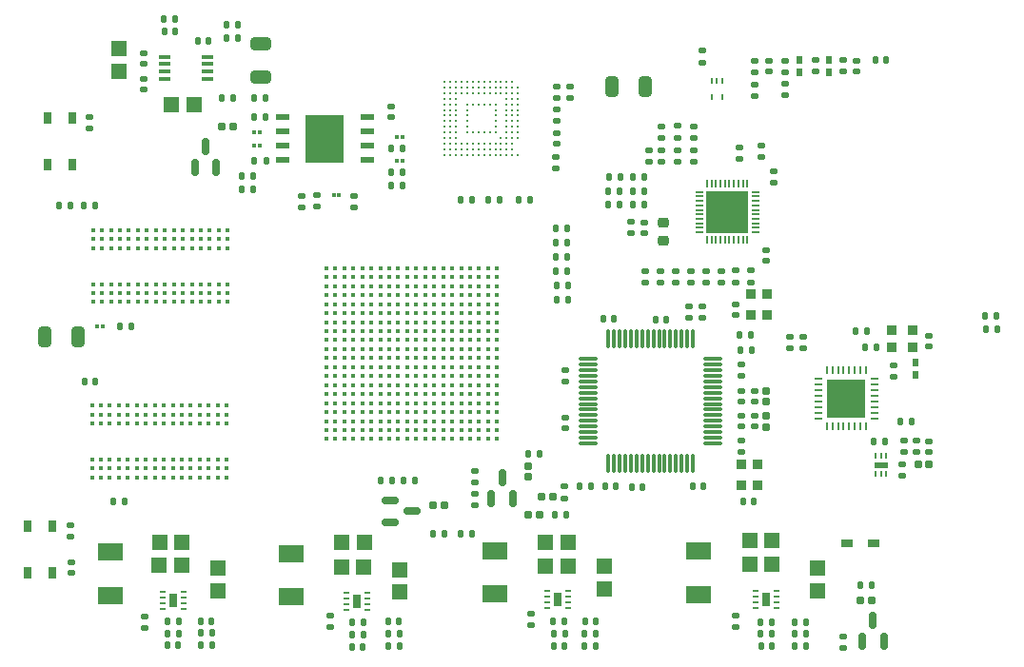
<source format=gbr>
%TF.GenerationSoftware,KiCad,Pcbnew,8.0.6*%
%TF.CreationDate,2025-01-12T20:29:37+06:00*%
%TF.ProjectId,zynq_soc_board_v1,7a796e71-5f73-46f6-935f-626f6172645f,rev?*%
%TF.SameCoordinates,Original*%
%TF.FileFunction,Paste,Top*%
%TF.FilePolarity,Positive*%
%FSLAX46Y46*%
G04 Gerber Fmt 4.6, Leading zero omitted, Abs format (unit mm)*
G04 Created by KiCad (PCBNEW 8.0.6) date 2025-01-12 20:29:37*
%MOMM*%
%LPD*%
G01*
G04 APERTURE LIST*
G04 Aperture macros list*
%AMRoundRect*
0 Rectangle with rounded corners*
0 $1 Rounding radius*
0 $2 $3 $4 $5 $6 $7 $8 $9 X,Y pos of 4 corners*
0 Add a 4 corners polygon primitive as box body*
4,1,4,$2,$3,$4,$5,$6,$7,$8,$9,$2,$3,0*
0 Add four circle primitives for the rounded corners*
1,1,$1+$1,$2,$3*
1,1,$1+$1,$4,$5*
1,1,$1+$1,$6,$7*
1,1,$1+$1,$8,$9*
0 Add four rect primitives between the rounded corners*
20,1,$1+$1,$2,$3,$4,$5,0*
20,1,$1+$1,$4,$5,$6,$7,0*
20,1,$1+$1,$6,$7,$8,$9,0*
20,1,$1+$1,$8,$9,$2,$3,0*%
G04 Aperture macros list end*
%ADD10R,2.300000X1.650000*%
%ADD11RoundRect,0.147500X0.172500X-0.147500X0.172500X0.147500X-0.172500X0.147500X-0.172500X-0.147500X0*%
%ADD12RoundRect,0.135000X0.135000X0.185000X-0.135000X0.185000X-0.135000X-0.185000X0.135000X-0.185000X0*%
%ADD13RoundRect,0.135000X-0.135000X-0.185000X0.135000X-0.185000X0.135000X0.185000X-0.135000X0.185000X0*%
%ADD14RoundRect,0.135000X-0.185000X0.135000X-0.185000X-0.135000X0.185000X-0.135000X0.185000X0.135000X0*%
%ADD15RoundRect,0.250000X0.325000X0.650000X-0.325000X0.650000X-0.325000X-0.650000X0.325000X-0.650000X0*%
%ADD16RoundRect,0.140000X0.170000X-0.140000X0.170000X0.140000X-0.170000X0.140000X-0.170000X-0.140000X0*%
%ADD17RoundRect,0.135000X0.185000X-0.135000X0.185000X0.135000X-0.185000X0.135000X-0.185000X-0.135000X0*%
%ADD18RoundRect,0.140000X-0.140000X-0.170000X0.140000X-0.170000X0.140000X0.170000X-0.140000X0.170000X0*%
%ADD19O,0.800000X0.200000*%
%ADD20O,0.200000X0.800000*%
%ADD21R,3.800000X3.800000*%
%ADD22RoundRect,0.150000X0.150000X-0.587500X0.150000X0.587500X-0.150000X0.587500X-0.150000X-0.587500X0*%
%ADD23RoundRect,0.075000X-0.225000X-0.275000X0.225000X-0.275000X0.225000X0.275000X-0.225000X0.275000X0*%
%ADD24RoundRect,0.140000X0.140000X0.170000X-0.140000X0.170000X-0.140000X-0.170000X0.140000X-0.170000X0*%
%ADD25R,0.540000X0.790000*%
%ADD26R,1.350000X1.410000*%
%ADD27C,0.250000*%
%ADD28R,0.650000X1.050000*%
%ADD29R,0.510000X0.280000*%
%ADD30R,0.800000X1.200000*%
%ADD31R,1.200000X0.600000*%
%ADD32R,3.400000X4.300000*%
%ADD33R,1.410000X1.350000*%
%ADD34R,0.280000X0.580000*%
%ADD35RoundRect,0.150000X-0.587500X-0.150000X0.587500X-0.150000X0.587500X0.150000X-0.587500X0.150000X0*%
%ADD36RoundRect,0.075000X-0.275000X0.225000X-0.275000X-0.225000X0.275000X-0.225000X0.275000X0.225000X0*%
%ADD37RoundRect,0.075000X0.225000X0.275000X-0.225000X0.275000X-0.225000X-0.275000X0.225000X-0.275000X0*%
%ADD38R,0.300000X0.320000*%
%ADD39R,0.800000X0.280000*%
%ADD40R,0.280000X0.800000*%
%ADD41R,3.400000X3.400000*%
%ADD42R,1.200000X0.500000*%
%ADD43C,0.390000*%
%ADD44RoundRect,0.040000X0.360000X-0.410000X0.360000X0.410000X-0.360000X0.410000X-0.360000X-0.410000X0*%
%ADD45RoundRect,0.140000X-0.170000X0.140000X-0.170000X-0.140000X0.170000X-0.140000X0.170000X0.140000X0*%
%ADD46O,1.100000X0.400000*%
%ADD47RoundRect,0.040000X0.410000X0.360000X-0.410000X0.360000X-0.410000X-0.360000X0.410000X-0.360000X0*%
%ADD48RoundRect,0.250000X0.650000X-0.325000X0.650000X0.325000X-0.650000X0.325000X-0.650000X-0.325000X0*%
%ADD49R,1.000000X0.750000*%
%ADD50RoundRect,0.250000X-0.325000X-0.650000X0.325000X-0.650000X0.325000X0.650000X-0.325000X0.650000X0*%
%ADD51RoundRect,0.218750X0.256250X-0.218750X0.256250X0.218750X-0.256250X0.218750X-0.256250X-0.218750X0*%
%ADD52R,0.370000X0.320000*%
%ADD53C,0.400000*%
%ADD54O,1.800000X0.280000*%
%ADD55O,0.280000X1.800000*%
G04 APERTURE END LIST*
D10*
%TO.C,L100*%
X140510000Y-115140000D03*
X140510000Y-111280000D03*
%TD*%
D11*
%TO.C,D303*%
X190780000Y-68410000D03*
X190780000Y-67440000D03*
%TD*%
D12*
%TO.C,R406*%
X165050000Y-84870000D03*
X164030000Y-84870000D03*
%TD*%
D13*
%TO.C,R900*%
X190670000Y-91490000D03*
X191690000Y-91490000D03*
%TD*%
D12*
%TO.C,R904*%
X195680000Y-99560000D03*
X194660000Y-99560000D03*
%TD*%
D10*
%TO.C,L101*%
X158610000Y-114890000D03*
X158610000Y-111030000D03*
%TD*%
D14*
%TO.C,R300*%
X184440000Y-69500000D03*
X184440000Y-70520000D03*
%TD*%
D13*
%TO.C,R124*%
X191130000Y-114150000D03*
X192150000Y-114150000D03*
%TD*%
D14*
%TO.C,R813*%
X172010000Y-86180000D03*
X172010000Y-87200000D03*
%TD*%
D13*
%TO.C,R806*%
X168730000Y-80280000D03*
X169750000Y-80280000D03*
%TD*%
D14*
%TO.C,R902*%
X194120000Y-94550000D03*
X194120000Y-95570000D03*
%TD*%
D15*
%TO.C,C230*%
X121500000Y-92000000D03*
X118550000Y-92000000D03*
%TD*%
D16*
%TO.C,C304*%
X180570000Y-97770000D03*
X180570000Y-96810000D03*
%TD*%
D17*
%TO.C,R808*%
X173440000Y-76420000D03*
X173440000Y-75400000D03*
%TD*%
%TO.C,R306*%
X187150000Y-68425000D03*
X187150000Y-67405000D03*
%TD*%
%TO.C,R810*%
X176300000Y-76450000D03*
X176300000Y-75430000D03*
%TD*%
D18*
%TO.C,C115*%
X132450000Y-117320000D03*
X133410000Y-117320000D03*
%TD*%
D19*
%TO.C,U800*%
X181790000Y-82720000D03*
X181790000Y-82320000D03*
X181790000Y-81920000D03*
X181790000Y-81520000D03*
X181790000Y-81120000D03*
X181790000Y-80720000D03*
X181790000Y-80320000D03*
X181790000Y-79920000D03*
X181790000Y-79520000D03*
X181790000Y-79120000D03*
D20*
X181090000Y-78420000D03*
X180690000Y-78420000D03*
X180290000Y-78420000D03*
X179890000Y-78420000D03*
X179490000Y-78420000D03*
X179090000Y-78420000D03*
X178690000Y-78420000D03*
X178290000Y-78420000D03*
X177890000Y-78420000D03*
X177490000Y-78420000D03*
D19*
X176790000Y-79120000D03*
X176790000Y-79520000D03*
X176790000Y-79920000D03*
X176790000Y-80320000D03*
X176790000Y-80720000D03*
X176790000Y-81120000D03*
X176790000Y-81520000D03*
X176790000Y-81920000D03*
X176790000Y-82320000D03*
X176790000Y-82720000D03*
D20*
X177490000Y-83420000D03*
X177890000Y-83420000D03*
X178290000Y-83420000D03*
X178690000Y-83420000D03*
X179090000Y-83420000D03*
X179490000Y-83420000D03*
X179890000Y-83420000D03*
X180290000Y-83420000D03*
X180690000Y-83420000D03*
X181090000Y-83420000D03*
D21*
X179290000Y-80920000D03*
%TD*%
D12*
%TO.C,R811*%
X171900000Y-79080000D03*
X170880000Y-79080000D03*
%TD*%
D22*
%TO.C,Q500*%
X158320000Y-106390000D03*
X160220000Y-106390000D03*
X159270000Y-104515000D03*
%TD*%
D18*
%TO.C,C116*%
X129470000Y-119470000D03*
X130430000Y-119470000D03*
%TD*%
D23*
%TO.C,D300*%
X153130000Y-107020000D03*
X154130000Y-107020000D03*
%TD*%
D18*
%TO.C,C125*%
X129200000Y-64800000D03*
X130160000Y-64800000D03*
%TD*%
D14*
%TO.C,R816*%
X178740000Y-86140000D03*
X178740000Y-87160000D03*
%TD*%
D16*
%TO.C,C808*%
X183470000Y-78260000D03*
X183470000Y-77300000D03*
%TD*%
D13*
%TO.C,R118*%
X185290000Y-119510000D03*
X186310000Y-119510000D03*
%TD*%
D14*
%TO.C,R336*%
X164830000Y-105350000D03*
X164830000Y-106370000D03*
%TD*%
D24*
%TO.C,C702*%
X123020000Y-80370000D03*
X122060000Y-80370000D03*
%TD*%
D12*
%TO.C,R106*%
X146900000Y-118520000D03*
X145880000Y-118520000D03*
%TD*%
D24*
%TO.C,C310*%
X173890000Y-90450000D03*
X172930000Y-90450000D03*
%TD*%
D17*
%TO.C,R425*%
X164140000Y-70800000D03*
X164140000Y-69780000D03*
%TD*%
D16*
%TO.C,C905*%
X196090000Y-102240000D03*
X196090000Y-101280000D03*
%TD*%
D25*
%TO.C,D301*%
X185740000Y-68480000D03*
X185740000Y-67380000D03*
%TD*%
D26*
%TO.C,C114*%
X133950000Y-114590000D03*
X133950000Y-112590000D03*
%TD*%
D14*
%TO.C,R817*%
X177410000Y-86150000D03*
X177410000Y-87170000D03*
%TD*%
%TO.C,R426*%
X165320000Y-69780000D03*
X165320000Y-70800000D03*
%TD*%
D12*
%TO.C,R807*%
X171930000Y-77810000D03*
X170910000Y-77810000D03*
%TD*%
D27*
%TO.C,U403*%
X160670000Y-75830000D03*
X160170000Y-75830000D03*
X159670000Y-75830000D03*
X159170000Y-75830000D03*
X158670000Y-75830000D03*
X158170000Y-75830000D03*
X157670000Y-75830000D03*
X157170000Y-75830000D03*
X156670000Y-75830000D03*
X156170000Y-75830000D03*
X155670000Y-75830000D03*
X155170000Y-75830000D03*
X154670000Y-75830000D03*
X154170000Y-75830000D03*
X160170000Y-75330000D03*
X159670000Y-75330000D03*
X159170000Y-75330000D03*
X158670000Y-75330000D03*
X158170000Y-75330000D03*
X157670000Y-75330000D03*
X157170000Y-75330000D03*
X156670000Y-75330000D03*
X156170000Y-75330000D03*
X155670000Y-75330000D03*
X155170000Y-75330000D03*
X154670000Y-75330000D03*
X154170000Y-75330000D03*
X160170000Y-74830000D03*
X159670000Y-74830000D03*
X159170000Y-74830000D03*
X158670000Y-74830000D03*
X158170000Y-74830000D03*
X157670000Y-74830000D03*
X157170000Y-74830000D03*
X156670000Y-74830000D03*
X156170000Y-74830000D03*
X155670000Y-74830000D03*
X155170000Y-74830000D03*
X154670000Y-74830000D03*
X154170000Y-74830000D03*
X160670000Y-74330000D03*
X160170000Y-74330000D03*
X159670000Y-74330000D03*
X159170000Y-74330000D03*
X155170000Y-74330000D03*
X154670000Y-74330000D03*
X154170000Y-74330000D03*
X160670000Y-73830000D03*
X160170000Y-73830000D03*
X159670000Y-73830000D03*
X158670000Y-73830000D03*
X158170000Y-73830000D03*
X157670000Y-73830000D03*
X157170000Y-73830000D03*
X156670000Y-73830000D03*
X156170000Y-73830000D03*
X155170000Y-73830000D03*
X154670000Y-73830000D03*
X154170000Y-73830000D03*
X160670000Y-73330000D03*
X160170000Y-73330000D03*
X159670000Y-73330000D03*
X158670000Y-73330000D03*
X156170000Y-73330000D03*
X155170000Y-73330000D03*
X154670000Y-73330000D03*
X154170000Y-73330000D03*
X160670000Y-72830000D03*
X160170000Y-72830000D03*
X159670000Y-72830000D03*
X158670000Y-72830000D03*
X156170000Y-72830000D03*
X155170000Y-72830000D03*
X154670000Y-72830000D03*
X154170000Y-72830000D03*
X160670000Y-72330000D03*
X160170000Y-72330000D03*
X159670000Y-72330000D03*
X158670000Y-72330000D03*
X156170000Y-72330000D03*
X155170000Y-72330000D03*
X154670000Y-72330000D03*
X154170000Y-72330000D03*
X160670000Y-71830000D03*
X160170000Y-71830000D03*
X159670000Y-71830000D03*
X158670000Y-71830000D03*
X156170000Y-71830000D03*
X155170000Y-71830000D03*
X154670000Y-71830000D03*
X154170000Y-71830000D03*
X160670000Y-71330000D03*
X160170000Y-71330000D03*
X159670000Y-71330000D03*
X158670000Y-71330000D03*
X158170000Y-71330000D03*
X157670000Y-71330000D03*
X157170000Y-71330000D03*
X156670000Y-71330000D03*
X156170000Y-71330000D03*
X155170000Y-71330000D03*
X154670000Y-71330000D03*
X154170000Y-71330000D03*
X160670000Y-70830000D03*
X160170000Y-70830000D03*
X159670000Y-70830000D03*
X155170000Y-70830000D03*
X154670000Y-70830000D03*
X154170000Y-70830000D03*
X160670000Y-70330000D03*
X160170000Y-70330000D03*
X159670000Y-70330000D03*
X159170000Y-70330000D03*
X158670000Y-70330000D03*
X158170000Y-70330000D03*
X157670000Y-70330000D03*
X157170000Y-70330000D03*
X156670000Y-70330000D03*
X156170000Y-70330000D03*
X155670000Y-70330000D03*
X155170000Y-70330000D03*
X154670000Y-70330000D03*
X154170000Y-70330000D03*
X160670000Y-69830000D03*
X160170000Y-69830000D03*
X159670000Y-69830000D03*
X159170000Y-69830000D03*
X158670000Y-69830000D03*
X158170000Y-69830000D03*
X157670000Y-69830000D03*
X157170000Y-69830000D03*
X156670000Y-69830000D03*
X156170000Y-69830000D03*
X155670000Y-69830000D03*
X155170000Y-69830000D03*
X154670000Y-69830000D03*
X154170000Y-69830000D03*
X160170000Y-69330000D03*
X159670000Y-69330000D03*
X159170000Y-69330000D03*
X158670000Y-69330000D03*
X158170000Y-69330000D03*
X157670000Y-69330000D03*
X157170000Y-69330000D03*
X156670000Y-69330000D03*
X156170000Y-69330000D03*
X155670000Y-69330000D03*
X155170000Y-69330000D03*
X154670000Y-69330000D03*
X154170000Y-69330000D03*
%TD*%
D28*
%TO.C,SW400*%
X119240000Y-108835000D03*
X119240000Y-112985000D03*
X117090000Y-108835000D03*
X117090000Y-112985000D03*
%TD*%
D12*
%TO.C,R127*%
X130170000Y-63730000D03*
X129150000Y-63730000D03*
%TD*%
D29*
%TO.C,U102*%
X165140000Y-116110000D03*
X165140000Y-115610000D03*
X165140000Y-115110000D03*
X165140000Y-114610000D03*
X163280000Y-114610000D03*
X163280000Y-115110000D03*
X163280000Y-115610000D03*
X163280000Y-116110000D03*
D30*
X164210000Y-115360000D03*
%TD*%
D31*
%TO.C,U402*%
X139700000Y-72460000D03*
X139700000Y-73730000D03*
X139700000Y-75000000D03*
X139700000Y-76270000D03*
X147300000Y-76270000D03*
X147300000Y-75000000D03*
X147300000Y-73730000D03*
X147300000Y-72460000D03*
D32*
X143500000Y-74370000D03*
%TD*%
D12*
%TO.C,R317*%
X150370000Y-78570000D03*
X149350000Y-78570000D03*
%TD*%
D13*
%TO.C,R503*%
X161600000Y-102430000D03*
X162620000Y-102430000D03*
%TD*%
D24*
%TO.C,C300*%
X193440000Y-67410000D03*
X192480000Y-67410000D03*
%TD*%
D16*
%TO.C,C126*%
X127400000Y-67750000D03*
X127400000Y-66790000D03*
%TD*%
%TO.C,C906*%
X197230000Y-102250000D03*
X197230000Y-101290000D03*
%TD*%
D33*
%TO.C,C122*%
X181270000Y-112240000D03*
X183270000Y-112240000D03*
%TD*%
D17*
%TO.C,R123*%
X189600000Y-119710000D03*
X189600000Y-118690000D03*
%TD*%
D12*
%TO.C,R823*%
X203300000Y-91370000D03*
X202280000Y-91370000D03*
%TD*%
D34*
%TO.C,U401*%
X178887500Y-69255000D03*
X178387500Y-69255000D03*
X177887500Y-69255000D03*
X177887500Y-70695000D03*
X178887500Y-70695000D03*
%TD*%
D12*
%TO.C,R114*%
X133450000Y-118350000D03*
X132430000Y-118350000D03*
%TD*%
D14*
%TO.C,R332*%
X175900000Y-89300000D03*
X175900000Y-90320000D03*
%TD*%
%TO.C,R322*%
X186050000Y-91990000D03*
X186050000Y-93010000D03*
%TD*%
D17*
%TO.C,R804*%
X176300000Y-74290000D03*
X176300000Y-73270000D03*
%TD*%
D12*
%TO.C,R126*%
X135800000Y-65420000D03*
X134780000Y-65420000D03*
%TD*%
D35*
%TO.C,Q300*%
X149345000Y-106600000D03*
X149345000Y-108500000D03*
X151220000Y-107550000D03*
%TD*%
D14*
%TO.C,R320*%
X142830000Y-79420000D03*
X142830000Y-80440000D03*
%TD*%
D16*
%TO.C,C306*%
X180580000Y-99990000D03*
X180580000Y-99030000D03*
%TD*%
D17*
%TO.C,R501*%
X156880000Y-104960000D03*
X156880000Y-103940000D03*
%TD*%
%TO.C,R416*%
X177080000Y-67590000D03*
X177080000Y-66570000D03*
%TD*%
D33*
%TO.C,C117*%
X128800000Y-110280000D03*
X130800000Y-110280000D03*
%TD*%
D18*
%TO.C,C318*%
X180730000Y-106640000D03*
X181690000Y-106640000D03*
%TD*%
D29*
%TO.C,U104*%
X183640000Y-116130000D03*
X183640000Y-115630000D03*
X183640000Y-115130000D03*
X183640000Y-114630000D03*
X181780000Y-114630000D03*
X181780000Y-115130000D03*
X181780000Y-115630000D03*
X181780000Y-116130000D03*
D30*
X182710000Y-115380000D03*
%TD*%
D14*
%TO.C,R338*%
X180590000Y-101240000D03*
X180590000Y-102260000D03*
%TD*%
D13*
%TO.C,R337*%
X163930000Y-107870000D03*
X164950000Y-107870000D03*
%TD*%
D17*
%TO.C,R814*%
X180350000Y-76210000D03*
X180350000Y-75190000D03*
%TD*%
D14*
%TO.C,R402*%
X120870000Y-108810000D03*
X120870000Y-109830000D03*
%TD*%
D36*
%TO.C,FB301*%
X182750000Y-96810000D03*
X182750000Y-97810000D03*
%TD*%
D17*
%TO.C,R115*%
X127470000Y-117890000D03*
X127470000Y-116870000D03*
%TD*%
D37*
%TO.C,D400*%
X135360000Y-73300000D03*
X134360000Y-73300000D03*
%TD*%
D13*
%TO.C,R309*%
X153100000Y-109560000D03*
X154120000Y-109560000D03*
%TD*%
%TO.C,R302*%
X150470000Y-104800000D03*
X151490000Y-104800000D03*
%TD*%
%TO.C,R112*%
X163820000Y-117350000D03*
X164840000Y-117350000D03*
%TD*%
D16*
%TO.C,C305*%
X181730000Y-100000000D03*
X181730000Y-99040000D03*
%TD*%
D17*
%TO.C,R305*%
X184420000Y-68440000D03*
X184420000Y-67420000D03*
%TD*%
%TO.C,R105*%
X143980000Y-117880000D03*
X143980000Y-116860000D03*
%TD*%
D33*
%TO.C,C127*%
X129840000Y-71380000D03*
X131840000Y-71380000D03*
%TD*%
D38*
%TO.C,R319*%
X144270000Y-79410000D03*
X144750000Y-79410000D03*
%TD*%
D13*
%TO.C,R701*%
X124680000Y-106700000D03*
X125700000Y-106700000D03*
%TD*%
D29*
%TO.C,U101*%
X147270000Y-116290000D03*
X147270000Y-115790000D03*
X147270000Y-115290000D03*
X147270000Y-114790000D03*
X145410000Y-114790000D03*
X145410000Y-115290000D03*
X145410000Y-115790000D03*
X145410000Y-116290000D03*
D30*
X146340000Y-115540000D03*
%TD*%
D39*
%TO.C,U900*%
X187400000Y-95760000D03*
X187400000Y-96260000D03*
X187400000Y-96760000D03*
X187400000Y-97260000D03*
X187400000Y-97760000D03*
X187400000Y-98260000D03*
X187400000Y-98760000D03*
X187400000Y-99260000D03*
D40*
X188150000Y-100010000D03*
X188650000Y-100010000D03*
X189150000Y-100010000D03*
X189650000Y-100010000D03*
X190150000Y-100010000D03*
X190650000Y-100010000D03*
X191150000Y-100010000D03*
X191650000Y-100010000D03*
D39*
X192400000Y-99260000D03*
X192400000Y-98760000D03*
X192400000Y-98260000D03*
X192400000Y-97760000D03*
X192400000Y-97260000D03*
X192400000Y-96760000D03*
X192400000Y-96260000D03*
X192400000Y-95760000D03*
D40*
X191650000Y-95010000D03*
X191150000Y-95010000D03*
X190650000Y-95010000D03*
X190150000Y-95010000D03*
X189650000Y-95010000D03*
X189150000Y-95010000D03*
X188650000Y-95010000D03*
X188150000Y-95010000D03*
D41*
X189900000Y-97510000D03*
%TD*%
D33*
%TO.C,C107*%
X144980000Y-110310000D03*
X146980000Y-110310000D03*
%TD*%
D13*
%TO.C,R625*%
X119840000Y-80340000D03*
X120860000Y-80340000D03*
%TD*%
D24*
%TO.C,C724*%
X123060000Y-96000000D03*
X122100000Y-96000000D03*
%TD*%
D34*
%TO.C,U901*%
X193460000Y-102640000D03*
X192960000Y-102640000D03*
X192460000Y-102640000D03*
X192460000Y-104180000D03*
X192960000Y-104180000D03*
X193460000Y-104180000D03*
D42*
X192960000Y-103410000D03*
%TD*%
D16*
%TO.C,C907*%
X194820000Y-104360000D03*
X194820000Y-103400000D03*
%TD*%
D14*
%TO.C,R815*%
X180070000Y-86130000D03*
X180070000Y-87150000D03*
%TD*%
D43*
%TO.C,U701*%
X134765900Y-98130000D03*
X134765900Y-98930000D03*
X134765900Y-99730000D03*
X134765900Y-102930000D03*
X134765900Y-103730000D03*
X134765900Y-104530000D03*
X133965900Y-98130000D03*
X133965900Y-98930000D03*
X133965900Y-99730000D03*
X133965900Y-102930000D03*
X133965900Y-103730000D03*
X133965900Y-104530000D03*
X133165900Y-98130000D03*
X133165900Y-98930000D03*
X133165900Y-99730000D03*
X133165900Y-102930000D03*
X133165900Y-103730000D03*
X133165900Y-104530000D03*
X132365900Y-98130000D03*
X132365900Y-98930000D03*
X132365900Y-99730000D03*
X132365900Y-102930000D03*
X132365900Y-103730000D03*
X132365900Y-104530000D03*
X131565900Y-98130000D03*
X131565900Y-98930000D03*
X131565900Y-99730000D03*
X131565900Y-102930000D03*
X131565900Y-103730000D03*
X131565900Y-104530000D03*
X130765900Y-98130000D03*
X130765900Y-98930000D03*
X130765900Y-99730000D03*
X130765900Y-102930000D03*
X130765900Y-103730000D03*
X130765900Y-104530000D03*
X129965900Y-98130000D03*
X129965900Y-98930000D03*
X129965900Y-99730000D03*
X129965900Y-102930000D03*
X129965900Y-103730000D03*
X129965900Y-104530000D03*
X129165900Y-98130000D03*
X129165900Y-98930000D03*
X129165900Y-99730000D03*
X129165900Y-102930000D03*
X129165900Y-103730000D03*
X129165900Y-104530000D03*
X128365900Y-98130000D03*
X128365900Y-98930000D03*
X128365900Y-99730000D03*
X128365900Y-102930000D03*
X128365900Y-103730000D03*
X128365900Y-104530000D03*
X127565900Y-98130000D03*
X127565900Y-98930000D03*
X127565900Y-99730000D03*
X127565900Y-102930000D03*
X127565900Y-103730000D03*
X127565900Y-104530000D03*
X126765900Y-98130000D03*
X126765900Y-98930000D03*
X126765900Y-99730000D03*
X126765900Y-102930000D03*
X126765900Y-103730000D03*
X126765900Y-104530000D03*
X125965900Y-98130000D03*
X125965900Y-98930000D03*
X125965900Y-99730000D03*
X125965900Y-102930000D03*
X125965900Y-103730000D03*
X125965900Y-104530000D03*
X125165900Y-98130000D03*
X125165900Y-98930000D03*
X125165900Y-99730000D03*
X125165900Y-102930000D03*
X125165900Y-103730000D03*
X125165900Y-104530000D03*
X124365900Y-98130000D03*
X124365900Y-98930000D03*
X124365900Y-99730000D03*
X124365900Y-102930000D03*
X124365900Y-103730000D03*
X124365900Y-104530000D03*
X123565900Y-98130000D03*
X123565900Y-98930000D03*
X123565900Y-99730000D03*
X123565900Y-102930000D03*
X123565900Y-103730000D03*
X123565900Y-104530000D03*
X122765900Y-98130000D03*
X122765900Y-98930000D03*
X122765900Y-99730000D03*
X122765900Y-102930000D03*
X122765900Y-103730000D03*
X122765900Y-104530000D03*
%TD*%
D12*
%TO.C,R315*%
X138260000Y-76330000D03*
X137240000Y-76330000D03*
%TD*%
%TO.C,R408*%
X165070000Y-83600000D03*
X164050000Y-83600000D03*
%TD*%
D36*
%TO.C,FB302*%
X182780000Y-99020000D03*
X182780000Y-100020000D03*
%TD*%
D18*
%TO.C,C111*%
X163860000Y-119530000D03*
X164820000Y-119530000D03*
%TD*%
D12*
%TO.C,R330*%
X181430000Y-91810000D03*
X180410000Y-91810000D03*
%TD*%
D16*
%TO.C,C900*%
X197230000Y-92850000D03*
X197230000Y-91890000D03*
%TD*%
D44*
%TO.C,X800*%
X182875000Y-90055000D03*
X182875000Y-88205000D03*
X181425000Y-88205000D03*
X181425000Y-90055000D03*
%TD*%
D45*
%TO.C,C312*%
X164880000Y-99220000D03*
X164880000Y-100180000D03*
%TD*%
D46*
%TO.C,U105*%
X133070000Y-69055000D03*
X133070000Y-68405000D03*
X133070000Y-67755000D03*
X133070000Y-67105000D03*
X129270000Y-67105000D03*
X129270000Y-67755000D03*
X129270000Y-68415000D03*
X129270000Y-69065000D03*
%TD*%
D17*
%TO.C,R820*%
X176070000Y-87170000D03*
X176070000Y-86150000D03*
%TD*%
D18*
%TO.C,C314*%
X168400000Y-105340000D03*
X169360000Y-105340000D03*
%TD*%
D24*
%TO.C,C307*%
X167150000Y-105350000D03*
X166190000Y-105350000D03*
%TD*%
D17*
%TO.C,R110*%
X161850000Y-117640000D03*
X161850000Y-116620000D03*
%TD*%
D33*
%TO.C,C123*%
X181270000Y-110160000D03*
X183270000Y-110160000D03*
%TD*%
D23*
%TO.C,D101*%
X191110000Y-115490000D03*
X192110000Y-115490000D03*
%TD*%
D13*
%TO.C,R122*%
X182260000Y-117390000D03*
X183280000Y-117390000D03*
%TD*%
D16*
%TO.C,C401*%
X120920000Y-113000000D03*
X120920000Y-112040000D03*
%TD*%
D18*
%TO.C,C121*%
X182290000Y-119510000D03*
X183250000Y-119510000D03*
%TD*%
D17*
%TO.C,R301*%
X181760000Y-70590000D03*
X181760000Y-69570000D03*
%TD*%
D13*
%TO.C,R103*%
X149100000Y-119560000D03*
X150120000Y-119560000D03*
%TD*%
D10*
%TO.C,L103*%
X176730000Y-114950000D03*
X176730000Y-111090000D03*
%TD*%
D12*
%TO.C,R125*%
X135780000Y-64250000D03*
X134760000Y-64250000D03*
%TD*%
D17*
%TO.C,R323*%
X184880000Y-93010000D03*
X184880000Y-91990000D03*
%TD*%
D18*
%TO.C,C106*%
X145910000Y-119600000D03*
X146870000Y-119600000D03*
%TD*%
D12*
%TO.C,R116*%
X130480000Y-118410000D03*
X129460000Y-118410000D03*
%TD*%
D38*
%TO.C,R312*%
X137220000Y-73780000D03*
X137700000Y-73780000D03*
%TD*%
D13*
%TO.C,R901*%
X191560000Y-92920000D03*
X192580000Y-92920000D03*
%TD*%
D12*
%TO.C,R409*%
X165070000Y-86150000D03*
X164050000Y-86150000D03*
%TD*%
%TO.C,R119*%
X186320000Y-118430000D03*
X185300000Y-118430000D03*
%TD*%
D17*
%TO.C,R809*%
X174880000Y-76420000D03*
X174880000Y-75400000D03*
%TD*%
D12*
%TO.C,R121*%
X183280000Y-118440000D03*
X182260000Y-118440000D03*
%TD*%
D16*
%TO.C,C412*%
X164110000Y-74830000D03*
X164110000Y-73870000D03*
%TD*%
D14*
%TO.C,R419*%
X146060000Y-79490000D03*
X146060000Y-80510000D03*
%TD*%
D13*
%TO.C,R422*%
X158020000Y-79810000D03*
X159040000Y-79810000D03*
%TD*%
%TO.C,R418*%
X137170000Y-70730000D03*
X138190000Y-70730000D03*
%TD*%
D14*
%TO.C,R331*%
X177120000Y-89280000D03*
X177120000Y-90300000D03*
%TD*%
D10*
%TO.C,L102*%
X124450000Y-115050000D03*
X124450000Y-111190000D03*
%TD*%
D13*
%TO.C,R107*%
X145900000Y-117420000D03*
X146920000Y-117420000D03*
%TD*%
%TO.C,R805*%
X168720000Y-79080000D03*
X169740000Y-79080000D03*
%TD*%
D12*
%TO.C,R411*%
X165160000Y-88740000D03*
X164140000Y-88740000D03*
%TD*%
D33*
%TO.C,C112*%
X163100000Y-112430000D03*
X165100000Y-112430000D03*
%TD*%
D47*
%TO.C,X900*%
X195750000Y-91460000D03*
X193900000Y-91460000D03*
X193900000Y-92910000D03*
X195750000Y-92910000D03*
%TD*%
D13*
%TO.C,R700*%
X125260000Y-91060000D03*
X126280000Y-91060000D03*
%TD*%
D17*
%TO.C,R120*%
X180030000Y-117870000D03*
X180030000Y-116850000D03*
%TD*%
D18*
%TO.C,C120*%
X185320000Y-117380000D03*
X186280000Y-117380000D03*
%TD*%
D45*
%TO.C,C807*%
X182710000Y-84300000D03*
X182710000Y-85260000D03*
%TD*%
D12*
%TO.C,R800*%
X169800000Y-77810000D03*
X168780000Y-77810000D03*
%TD*%
D25*
%TO.C,D302*%
X188360000Y-68500000D03*
X188360000Y-67400000D03*
%TD*%
D24*
%TO.C,C129*%
X133150000Y-65680000D03*
X132190000Y-65680000D03*
%TD*%
D12*
%TO.C,R313*%
X138240000Y-72490000D03*
X137220000Y-72490000D03*
%TD*%
%TO.C,R421*%
X161760000Y-79840000D03*
X160740000Y-79840000D03*
%TD*%
D44*
%TO.C,X300*%
X182020000Y-105240000D03*
X182020000Y-103390000D03*
X180570000Y-103390000D03*
X180570000Y-105240000D03*
%TD*%
D48*
%TO.C,C209*%
X137810000Y-68870000D03*
X137810000Y-65920000D03*
%TD*%
D23*
%TO.C,D308*%
X161610000Y-107830000D03*
X162610000Y-107830000D03*
%TD*%
D18*
%TO.C,C308*%
X176230000Y-105320000D03*
X177190000Y-105320000D03*
%TD*%
D14*
%TO.C,R821*%
X181400000Y-86130000D03*
X181400000Y-87150000D03*
%TD*%
D12*
%TO.C,R109*%
X167620000Y-118420000D03*
X166600000Y-118420000D03*
%TD*%
D17*
%TO.C,R428*%
X164140000Y-72830000D03*
X164140000Y-71810000D03*
%TD*%
D11*
%TO.C,D304*%
X183040000Y-68430000D03*
X183040000Y-67460000D03*
%TD*%
D17*
%TO.C,R307*%
X189640000Y-68415000D03*
X189640000Y-67395000D03*
%TD*%
D33*
%TO.C,C108*%
X144960000Y-112470000D03*
X146960000Y-112470000D03*
%TD*%
D14*
%TO.C,R801*%
X172300000Y-75410000D03*
X172300000Y-76430000D03*
%TD*%
D16*
%TO.C,C309*%
X180530000Y-95450000D03*
X180530000Y-94490000D03*
%TD*%
D43*
%TO.C,U700*%
X134860000Y-82520000D03*
X134860000Y-83320000D03*
X134860000Y-84120000D03*
X134860000Y-87320000D03*
X134860000Y-88120000D03*
X134860000Y-88920000D03*
X134060000Y-82520000D03*
X134060000Y-83320000D03*
X134060000Y-84120000D03*
X134060000Y-87320000D03*
X134060000Y-88120000D03*
X134060000Y-88920000D03*
X133260000Y-82520000D03*
X133260000Y-83320000D03*
X133260000Y-84120000D03*
X133260000Y-87320000D03*
X133260000Y-88120000D03*
X133260000Y-88920000D03*
X132460000Y-82520000D03*
X132460000Y-83320000D03*
X132460000Y-84120000D03*
X132460000Y-87320000D03*
X132460000Y-88120000D03*
X132460000Y-88920000D03*
X131660000Y-82520000D03*
X131660000Y-83320000D03*
X131660000Y-84120000D03*
X131660000Y-87320000D03*
X131660000Y-88120000D03*
X131660000Y-88920000D03*
X130860000Y-82520000D03*
X130860000Y-83320000D03*
X130860000Y-84120000D03*
X130860000Y-87320000D03*
X130860000Y-88120000D03*
X130860000Y-88920000D03*
X130060000Y-82520000D03*
X130060000Y-83320000D03*
X130060000Y-84120000D03*
X130060000Y-87320000D03*
X130060000Y-88120000D03*
X130060000Y-88920000D03*
X129260000Y-82520000D03*
X129260000Y-83320000D03*
X129260000Y-84120000D03*
X129260000Y-87320000D03*
X129260000Y-88120000D03*
X129260000Y-88920000D03*
X128460000Y-82520000D03*
X128460000Y-83320000D03*
X128460000Y-84120000D03*
X128460000Y-87320000D03*
X128460000Y-88120000D03*
X128460000Y-88920000D03*
X127660000Y-82520000D03*
X127660000Y-83320000D03*
X127660000Y-84120000D03*
X127660000Y-87320000D03*
X127660000Y-88120000D03*
X127660000Y-88920000D03*
X126860000Y-82520000D03*
X126860000Y-83320000D03*
X126860000Y-84120000D03*
X126860000Y-87320000D03*
X126860000Y-88120000D03*
X126860000Y-88920000D03*
X126060000Y-82520000D03*
X126060000Y-83320000D03*
X126060000Y-84120000D03*
X126060000Y-87320000D03*
X126060000Y-88120000D03*
X126060000Y-88920000D03*
X125260000Y-82520000D03*
X125260000Y-83320000D03*
X125260000Y-84120000D03*
X125260000Y-87320000D03*
X125260000Y-88120000D03*
X125260000Y-88920000D03*
X124460000Y-82520000D03*
X124460000Y-83320000D03*
X124460000Y-84120000D03*
X124460000Y-87320000D03*
X124460000Y-88120000D03*
X124460000Y-88920000D03*
X123660000Y-82520000D03*
X123660000Y-83320000D03*
X123660000Y-84120000D03*
X123660000Y-87320000D03*
X123660000Y-88120000D03*
X123660000Y-88920000D03*
X122860000Y-82520000D03*
X122860000Y-83320000D03*
X122860000Y-84120000D03*
X122860000Y-87320000D03*
X122860000Y-88120000D03*
X122860000Y-88920000D03*
%TD*%
D12*
%TO.C,R407*%
X165150000Y-87420000D03*
X164130000Y-87420000D03*
%TD*%
D24*
%TO.C,C313*%
X171770000Y-105360000D03*
X170810000Y-105360000D03*
%TD*%
D17*
%TO.C,R818*%
X173380000Y-87190000D03*
X173380000Y-86170000D03*
%TD*%
D16*
%TO.C,C315*%
X164860000Y-95960000D03*
X164860000Y-95000000D03*
%TD*%
D26*
%TO.C,C124*%
X125150000Y-68370000D03*
X125150000Y-66370000D03*
%TD*%
D45*
%TO.C,C128*%
X127400000Y-69060000D03*
X127400000Y-70020000D03*
%TD*%
D13*
%TO.C,R113*%
X132430000Y-119410000D03*
X133450000Y-119410000D03*
%TD*%
D16*
%TO.C,C404*%
X149350000Y-72480000D03*
X149350000Y-71520000D03*
%TD*%
D33*
%TO.C,C113*%
X163100000Y-110280000D03*
X165100000Y-110280000D03*
%TD*%
D12*
%TO.C,R111*%
X164860000Y-118460000D03*
X163840000Y-118460000D03*
%TD*%
D22*
%TO.C,Q100*%
X191320000Y-119150000D03*
X193220000Y-119150000D03*
X192270000Y-117275000D03*
%TD*%
D14*
%TO.C,R424*%
X164080000Y-75980000D03*
X164080000Y-77000000D03*
%TD*%
D23*
%TO.C,FB900*%
X196260000Y-103370000D03*
X197260000Y-103370000D03*
%TD*%
D16*
%TO.C,C303*%
X181710000Y-97800000D03*
X181710000Y-96840000D03*
%TD*%
D12*
%TO.C,R822*%
X203270000Y-90180000D03*
X202250000Y-90180000D03*
%TD*%
D28*
%TO.C,SW300*%
X118855000Y-76655000D03*
X118855000Y-72505000D03*
X121005000Y-76655000D03*
X121005000Y-72505000D03*
%TD*%
D12*
%TO.C,R905*%
X193370000Y-101370000D03*
X192350000Y-101370000D03*
%TD*%
D24*
%TO.C,C311*%
X169230000Y-90410000D03*
X168270000Y-90410000D03*
%TD*%
D37*
%TO.C,D309*%
X163810000Y-106280000D03*
X162810000Y-106280000D03*
%TD*%
D16*
%TO.C,C811*%
X180070000Y-90110000D03*
X180070000Y-89150000D03*
%TD*%
D13*
%TO.C,R500*%
X155590000Y-109530000D03*
X156610000Y-109530000D03*
%TD*%
D12*
%TO.C,R812*%
X171900000Y-80280000D03*
X170880000Y-80280000D03*
%TD*%
D17*
%TO.C,R802*%
X174870000Y-74280000D03*
X174870000Y-73260000D03*
%TD*%
D38*
%TO.C,R316*%
X150370000Y-76310000D03*
X149890000Y-76310000D03*
%TD*%
D45*
%TO.C,C809*%
X171890000Y-81830000D03*
X171890000Y-82790000D03*
%TD*%
D38*
%TO.C,R310*%
X150370000Y-74240000D03*
X149890000Y-74240000D03*
%TD*%
D12*
%TO.C,R104*%
X150130000Y-118420000D03*
X149110000Y-118420000D03*
%TD*%
D49*
%TO.C,D100*%
X189940000Y-110380000D03*
X192280000Y-110380000D03*
%TD*%
D26*
%TO.C,C104*%
X150190000Y-114730000D03*
X150190000Y-112730000D03*
%TD*%
D50*
%TO.C,C234*%
X169020000Y-69760000D03*
X171970000Y-69760000D03*
%TD*%
D51*
%TO.C,L800*%
X173610000Y-83457500D03*
X173610000Y-81882500D03*
%TD*%
D36*
%TO.C,D500*%
X161590000Y-103500000D03*
X161590000Y-104500000D03*
%TD*%
D29*
%TO.C,U103*%
X130910000Y-116210000D03*
X130910000Y-115710000D03*
X130910000Y-115210000D03*
X130910000Y-114710000D03*
X129050000Y-114710000D03*
X129050000Y-115210000D03*
X129050000Y-115710000D03*
X129050000Y-116210000D03*
D30*
X129980000Y-115460000D03*
%TD*%
D52*
%TO.C,C712*%
X123220000Y-91050000D03*
X123760000Y-91050000D03*
%TD*%
D13*
%TO.C,R413*%
X136060000Y-77680000D03*
X137080000Y-77680000D03*
%TD*%
D26*
%TO.C,C109*%
X168370000Y-114420000D03*
X168370000Y-112420000D03*
%TD*%
D12*
%TO.C,R414*%
X137100000Y-78860000D03*
X136080000Y-78860000D03*
%TD*%
%TO.C,R410*%
X165070000Y-82360000D03*
X164050000Y-82360000D03*
%TD*%
D22*
%TO.C,Q400*%
X131950000Y-76970000D03*
X133850000Y-76970000D03*
X132900000Y-75095000D03*
%TD*%
D53*
%TO.C,U6*%
X143620000Y-85910000D03*
X144420000Y-85910000D03*
X145220000Y-85910000D03*
X146020000Y-85910000D03*
X146820000Y-85910000D03*
X147620000Y-85910000D03*
X148420000Y-85910000D03*
X149220000Y-85910000D03*
X150020000Y-85910000D03*
X150820000Y-85910000D03*
X151620000Y-85910000D03*
X152420000Y-85910000D03*
X153220000Y-85910000D03*
X154020000Y-85910000D03*
X154820000Y-85910000D03*
X155620000Y-85910000D03*
X156420000Y-85910000D03*
X157220000Y-85910000D03*
X158020000Y-85910000D03*
X158820000Y-85910000D03*
X143620000Y-86710000D03*
X144420000Y-86710000D03*
X145220000Y-86710000D03*
X146020000Y-86710000D03*
X146820000Y-86710000D03*
X147620000Y-86710000D03*
X148420000Y-86710000D03*
X149220000Y-86710000D03*
X150020000Y-86710000D03*
X150820000Y-86710000D03*
X151620000Y-86710000D03*
X152420000Y-86710000D03*
X153220000Y-86710000D03*
X154020000Y-86710000D03*
X154820000Y-86710000D03*
X155620000Y-86710000D03*
X156420000Y-86710000D03*
X157220000Y-86710000D03*
X158020000Y-86710000D03*
X158820000Y-86710000D03*
X143620000Y-87510000D03*
X144420000Y-87510000D03*
X145220000Y-87510000D03*
X146020000Y-87510000D03*
X146820000Y-87510000D03*
X147620000Y-87510000D03*
X148420000Y-87510000D03*
X149220000Y-87510000D03*
X150020000Y-87510000D03*
X150820000Y-87510000D03*
X151620000Y-87510000D03*
X152420000Y-87510000D03*
X153220000Y-87510000D03*
X154020000Y-87510000D03*
X154820000Y-87510000D03*
X155620000Y-87510000D03*
X156420000Y-87510000D03*
X157220000Y-87510000D03*
X158020000Y-87510000D03*
X158820000Y-87510000D03*
X143620000Y-88310000D03*
X144420000Y-88310000D03*
X145220000Y-88310000D03*
X146020000Y-88310000D03*
X146820000Y-88310000D03*
X147620000Y-88310000D03*
X148420000Y-88310000D03*
X149220000Y-88310000D03*
X150020000Y-88310000D03*
X150820000Y-88310000D03*
X151620000Y-88310000D03*
X152420000Y-88310000D03*
X153220000Y-88310000D03*
X154020000Y-88310000D03*
X154820000Y-88310000D03*
X155620000Y-88310000D03*
X156420000Y-88310000D03*
X157220000Y-88310000D03*
X158020000Y-88310000D03*
X158820000Y-88310000D03*
X143620000Y-89110000D03*
X144420000Y-89110000D03*
X145220000Y-89110000D03*
X146020000Y-89110000D03*
X146820000Y-89110000D03*
X147620000Y-89110000D03*
X148420000Y-89110000D03*
X149220000Y-89110000D03*
X150020000Y-89110000D03*
X150820000Y-89110000D03*
X151620000Y-89110000D03*
X152420000Y-89110000D03*
X153220000Y-89110000D03*
X154020000Y-89110000D03*
X154820000Y-89110000D03*
X155620000Y-89110000D03*
X156420000Y-89110000D03*
X157220000Y-89110000D03*
X158020000Y-89110000D03*
X158820000Y-89110000D03*
X143620000Y-89910000D03*
X144420000Y-89910000D03*
X145220000Y-89910000D03*
X146020000Y-89910000D03*
X146820000Y-89910000D03*
X147620000Y-89910000D03*
X148420000Y-89910000D03*
X149220000Y-89910000D03*
X150020000Y-89910000D03*
X150820000Y-89910000D03*
X151620000Y-89910000D03*
X152420000Y-89910000D03*
X153220000Y-89910000D03*
X154020000Y-89910000D03*
X154820000Y-89910000D03*
X155620000Y-89910000D03*
X156420000Y-89910000D03*
X157220000Y-89910000D03*
X158020000Y-89910000D03*
X158820000Y-89910000D03*
X143620000Y-90710000D03*
X144420000Y-90710000D03*
X145220000Y-90710000D03*
X146020000Y-90710000D03*
X146820000Y-90710000D03*
X147620000Y-90710000D03*
X148420000Y-90710000D03*
X149220000Y-90710000D03*
X150020000Y-90710000D03*
X150820000Y-90710000D03*
X151620000Y-90710000D03*
X152420000Y-90710000D03*
X153220000Y-90710000D03*
X154020000Y-90710000D03*
X154820000Y-90710000D03*
X155620000Y-90710000D03*
X156420000Y-90710000D03*
X157220000Y-90710000D03*
X158020000Y-90710000D03*
X158820000Y-90710000D03*
X143620000Y-91510000D03*
X144420000Y-91510000D03*
X145220000Y-91510000D03*
X146020000Y-91510000D03*
X146820000Y-91510000D03*
X147620000Y-91510000D03*
X148420000Y-91510000D03*
X149220000Y-91510000D03*
X150020000Y-91510000D03*
X150820000Y-91510000D03*
X151620000Y-91510000D03*
X152420000Y-91510000D03*
X153220000Y-91510000D03*
X154020000Y-91510000D03*
X154820000Y-91510000D03*
X155620000Y-91510000D03*
X156420000Y-91510000D03*
X157220000Y-91510000D03*
X158020000Y-91510000D03*
X158820000Y-91510000D03*
X143620000Y-92310000D03*
X144420000Y-92310000D03*
X145220000Y-92310000D03*
X146020000Y-92310000D03*
X146820000Y-92310000D03*
X147620000Y-92310000D03*
X148420000Y-92310000D03*
X149220000Y-92310000D03*
X150020000Y-92310000D03*
X150820000Y-92310000D03*
X151620000Y-92310000D03*
X152420000Y-92310000D03*
X153220000Y-92310000D03*
X154020000Y-92310000D03*
X154820000Y-92310000D03*
X155620000Y-92310000D03*
X156420000Y-92310000D03*
X157220000Y-92310000D03*
X158020000Y-92310000D03*
X158820000Y-92310000D03*
X143620000Y-93110000D03*
X144420000Y-93110000D03*
X145220000Y-93110000D03*
X146020000Y-93110000D03*
X146820000Y-93110000D03*
X147620000Y-93110000D03*
X148420000Y-93110000D03*
X149220000Y-93110000D03*
X150020000Y-93110000D03*
X150820000Y-93110000D03*
X151620000Y-93110000D03*
X152420000Y-93110000D03*
X153220000Y-93110000D03*
X154020000Y-93110000D03*
X154820000Y-93110000D03*
X155620000Y-93110000D03*
X156420000Y-93110000D03*
X157220000Y-93110000D03*
X158020000Y-93110000D03*
X158820000Y-93110000D03*
X143620000Y-93910000D03*
X144420000Y-93910000D03*
X145220000Y-93910000D03*
X146020000Y-93910000D03*
X146820000Y-93910000D03*
X147620000Y-93910000D03*
X148420000Y-93910000D03*
X149220000Y-93910000D03*
X150020000Y-93910000D03*
X150820000Y-93910000D03*
X151620000Y-93910000D03*
X152420000Y-93910000D03*
X153220000Y-93910000D03*
X154020000Y-93910000D03*
X154820000Y-93910000D03*
X155620000Y-93910000D03*
X156420000Y-93910000D03*
X157220000Y-93910000D03*
X158020000Y-93910000D03*
X158820000Y-93910000D03*
X143620000Y-94710000D03*
X144420000Y-94710000D03*
X145220000Y-94710000D03*
X146020000Y-94710000D03*
X146820000Y-94710000D03*
X147620000Y-94710000D03*
X148420000Y-94710000D03*
X149220000Y-94710000D03*
X150020000Y-94710000D03*
X150820000Y-94710000D03*
X151620000Y-94710000D03*
X152420000Y-94710000D03*
X153220000Y-94710000D03*
X154020000Y-94710000D03*
X154820000Y-94710000D03*
X155620000Y-94710000D03*
X156420000Y-94710000D03*
X157220000Y-94710000D03*
X158020000Y-94710000D03*
X158820000Y-94710000D03*
X143620000Y-95510000D03*
X144420000Y-95510000D03*
X145220000Y-95510000D03*
X146020000Y-95510000D03*
X146820000Y-95510000D03*
X147620000Y-95510000D03*
X148420000Y-95510000D03*
X149220000Y-95510000D03*
X150020000Y-95510000D03*
X150820000Y-95510000D03*
X151620000Y-95510000D03*
X152420000Y-95510000D03*
X153220000Y-95510000D03*
X154020000Y-95510000D03*
X154820000Y-95510000D03*
X155620000Y-95510000D03*
X156420000Y-95510000D03*
X157220000Y-95510000D03*
X158020000Y-95510000D03*
X158820000Y-95510000D03*
X143620000Y-96310000D03*
X144420000Y-96310000D03*
X145220000Y-96310000D03*
X146020000Y-96310000D03*
X146820000Y-96310000D03*
X147620000Y-96310000D03*
X148420000Y-96310000D03*
X149220000Y-96310000D03*
X150020000Y-96310000D03*
X150820000Y-96310000D03*
X151620000Y-96310000D03*
X152420000Y-96310000D03*
X153220000Y-96310000D03*
X154020000Y-96310000D03*
X154820000Y-96310000D03*
X155620000Y-96310000D03*
X156420000Y-96310000D03*
X157220000Y-96310000D03*
X158020000Y-96310000D03*
X158820000Y-96310000D03*
X143620000Y-97110000D03*
X144420000Y-97110000D03*
X145220000Y-97110000D03*
X146020000Y-97110000D03*
X146820000Y-97110000D03*
X147620000Y-97110000D03*
X148420000Y-97110000D03*
X149220000Y-97110000D03*
X150020000Y-97110000D03*
X150820000Y-97110000D03*
X151620000Y-97110000D03*
X152420000Y-97110000D03*
X153220000Y-97110000D03*
X154020000Y-97110000D03*
X154820000Y-97110000D03*
X155620000Y-97110000D03*
X156420000Y-97110000D03*
X157220000Y-97110000D03*
X158020000Y-97110000D03*
X158820000Y-97110000D03*
X143620000Y-97910000D03*
X144420000Y-97910000D03*
X145220000Y-97910000D03*
X146020000Y-97910000D03*
X146820000Y-97910000D03*
X147620000Y-97910000D03*
X148420000Y-97910000D03*
X149220000Y-97910000D03*
X150020000Y-97910000D03*
X150820000Y-97910000D03*
X151620000Y-97910000D03*
X152420000Y-97910000D03*
X153220000Y-97910000D03*
X154020000Y-97910000D03*
X154820000Y-97910000D03*
X155620000Y-97910000D03*
X156420000Y-97910000D03*
X157220000Y-97910000D03*
X158020000Y-97910000D03*
X158820000Y-97910000D03*
X143620000Y-98710000D03*
X144420000Y-98710000D03*
X145220000Y-98710000D03*
X146020000Y-98710000D03*
X146820000Y-98710000D03*
X147620000Y-98710000D03*
X148420000Y-98710000D03*
X149220000Y-98710000D03*
X150020000Y-98710000D03*
X150820000Y-98710000D03*
X151620000Y-98710000D03*
X152420000Y-98710000D03*
X153220000Y-98710000D03*
X154020000Y-98710000D03*
X154820000Y-98710000D03*
X155620000Y-98710000D03*
X156420000Y-98710000D03*
X157220000Y-98710000D03*
X158020000Y-98710000D03*
X158820000Y-98710000D03*
X143620000Y-99510000D03*
X144420000Y-99510000D03*
X145220000Y-99510000D03*
X146020000Y-99510000D03*
X146820000Y-99510000D03*
X147620000Y-99510000D03*
X148420000Y-99510000D03*
X149220000Y-99510000D03*
X150020000Y-99510000D03*
X150820000Y-99510000D03*
X151620000Y-99510000D03*
X152420000Y-99510000D03*
X153220000Y-99510000D03*
X154020000Y-99510000D03*
X154820000Y-99510000D03*
X155620000Y-99510000D03*
X156420000Y-99510000D03*
X157220000Y-99510000D03*
X158020000Y-99510000D03*
X158820000Y-99510000D03*
X143620000Y-100310000D03*
X144420000Y-100310000D03*
X145220000Y-100310000D03*
X146020000Y-100310000D03*
X146820000Y-100310000D03*
X147620000Y-100310000D03*
X148420000Y-100310000D03*
X149220000Y-100310000D03*
X150020000Y-100310000D03*
X150820000Y-100310000D03*
X151620000Y-100310000D03*
X152420000Y-100310000D03*
X153220000Y-100310000D03*
X154020000Y-100310000D03*
X154820000Y-100310000D03*
X155620000Y-100310000D03*
X156420000Y-100310000D03*
X157220000Y-100310000D03*
X158020000Y-100310000D03*
X158820000Y-100310000D03*
X143620000Y-101110000D03*
X144420000Y-101110000D03*
X145220000Y-101110000D03*
X146020000Y-101110000D03*
X146820000Y-101110000D03*
X147620000Y-101110000D03*
X148420000Y-101110000D03*
X149220000Y-101110000D03*
X150020000Y-101110000D03*
X150820000Y-101110000D03*
X151620000Y-101110000D03*
X152420000Y-101110000D03*
X153220000Y-101110000D03*
X154020000Y-101110000D03*
X154820000Y-101110000D03*
X155620000Y-101110000D03*
X156420000Y-101110000D03*
X157220000Y-101110000D03*
X158020000Y-101110000D03*
X158820000Y-101110000D03*
%TD*%
D13*
%TO.C,R108*%
X166600000Y-119500000D03*
X167620000Y-119500000D03*
%TD*%
D33*
%TO.C,C118*%
X128770000Y-112360000D03*
X130770000Y-112360000D03*
%TD*%
D16*
%TO.C,C908*%
X194990000Y-102240000D03*
X194990000Y-101280000D03*
%TD*%
D17*
%TO.C,R417*%
X182310000Y-76050000D03*
X182310000Y-75030000D03*
%TD*%
D13*
%TO.C,R117*%
X129470000Y-117310000D03*
X130490000Y-117310000D03*
%TD*%
D14*
%TO.C,R803*%
X173420000Y-73290000D03*
X173420000Y-74310000D03*
%TD*%
%TO.C,R304*%
X122530000Y-72430000D03*
X122530000Y-73450000D03*
%TD*%
D45*
%TO.C,C810*%
X170750000Y-81810000D03*
X170750000Y-82770000D03*
%TD*%
D25*
%TO.C,D902*%
X196060000Y-95420000D03*
X196060000Y-94320000D03*
%TD*%
D18*
%TO.C,C110*%
X166640000Y-117340000D03*
X167600000Y-117340000D03*
%TD*%
%TO.C,C105*%
X149130000Y-117330000D03*
X150090000Y-117330000D03*
%TD*%
D13*
%TO.C,R311*%
X149360000Y-75230000D03*
X150380000Y-75230000D03*
%TD*%
D17*
%TO.C,R321*%
X141470000Y-80470000D03*
X141470000Y-79450000D03*
%TD*%
D14*
%TO.C,R819*%
X174710000Y-86160000D03*
X174710000Y-87180000D03*
%TD*%
D12*
%TO.C,R303*%
X149480000Y-104790000D03*
X148460000Y-104790000D03*
%TD*%
%TO.C,R412*%
X135300000Y-70780000D03*
X134280000Y-70780000D03*
%TD*%
D54*
%TO.C,U300*%
X178030000Y-101490000D03*
X178030000Y-100990000D03*
X178030000Y-100490000D03*
X178030000Y-99990000D03*
X178030000Y-99490000D03*
X178030000Y-98990000D03*
X178030000Y-98490000D03*
X178030000Y-97990000D03*
X178030000Y-97490000D03*
X178030000Y-96990000D03*
X178030000Y-96490000D03*
X178030000Y-95990000D03*
X178030000Y-95490000D03*
X178030000Y-94990000D03*
X178030000Y-94490000D03*
X178030000Y-93990000D03*
D55*
X176230000Y-92190000D03*
X175730000Y-92190000D03*
X175230000Y-92190000D03*
X174730000Y-92190000D03*
X174230000Y-92190000D03*
X173730000Y-92190000D03*
X173230000Y-92190000D03*
X172730000Y-92190000D03*
X172230000Y-92190000D03*
X171730000Y-92190000D03*
X171230000Y-92190000D03*
X170730000Y-92190000D03*
X170230000Y-92190000D03*
X169730000Y-92190000D03*
X169230000Y-92190000D03*
X168730000Y-92190000D03*
D54*
X166930000Y-93990000D03*
X166930000Y-94490000D03*
X166930000Y-94990000D03*
X166930000Y-95490000D03*
X166930000Y-95990000D03*
X166930000Y-96490000D03*
X166930000Y-96990000D03*
X166930000Y-97490000D03*
X166930000Y-97990000D03*
X166930000Y-98490000D03*
X166930000Y-98990000D03*
X166930000Y-99490000D03*
X166930000Y-99990000D03*
X166930000Y-100490000D03*
X166930000Y-100990000D03*
X166930000Y-101490000D03*
D55*
X168730000Y-103290000D03*
X169230000Y-103290000D03*
X169730000Y-103290000D03*
X170230000Y-103290000D03*
X170730000Y-103290000D03*
X171230000Y-103290000D03*
X171730000Y-103290000D03*
X172230000Y-103290000D03*
X172730000Y-103290000D03*
X173230000Y-103290000D03*
X173730000Y-103290000D03*
X174230000Y-103290000D03*
X174730000Y-103290000D03*
X175230000Y-103290000D03*
X175730000Y-103290000D03*
X176230000Y-103290000D03*
%TD*%
D12*
%TO.C,R423*%
X156580000Y-79840000D03*
X155560000Y-79840000D03*
%TD*%
D13*
%TO.C,R318*%
X149350000Y-77340000D03*
X150370000Y-77340000D03*
%TD*%
D12*
%TO.C,R329*%
X181450000Y-93160000D03*
X180430000Y-93160000D03*
%TD*%
D26*
%TO.C,C119*%
X187350000Y-114630000D03*
X187350000Y-112630000D03*
%TD*%
D17*
%TO.C,R502*%
X156860000Y-106970000D03*
X156860000Y-105950000D03*
%TD*%
%TO.C,R308*%
X181760000Y-68440000D03*
X181760000Y-67420000D03*
%TD*%
D38*
%TO.C,R314*%
X137240000Y-74980000D03*
X137720000Y-74980000D03*
%TD*%
M02*

</source>
